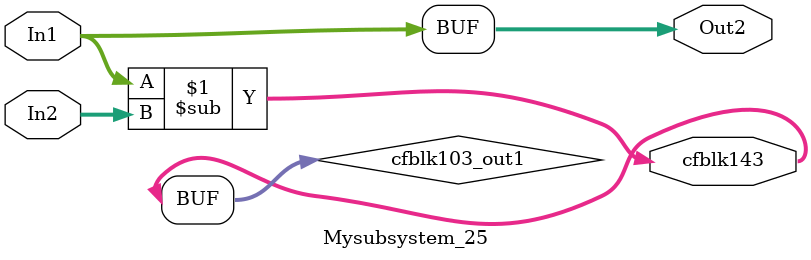
<source format=v>



`timescale 1 ns / 1 ns

module Mysubsystem_25
          (In1,
           In2,
           cfblk143,
           Out2);


  input   [7:0] In1;  // uint8
  input   [7:0] In2;  // uint8
  output  [7:0] cfblk143;  // uint8
  output  [7:0] Out2;  // uint8


  wire [7:0] cfblk103_out1;  // uint8


  assign cfblk103_out1 = In1 - In2;



  assign cfblk143 = cfblk103_out1;

  assign Out2 = In1;

endmodule  // Mysubsystem_25


</source>
